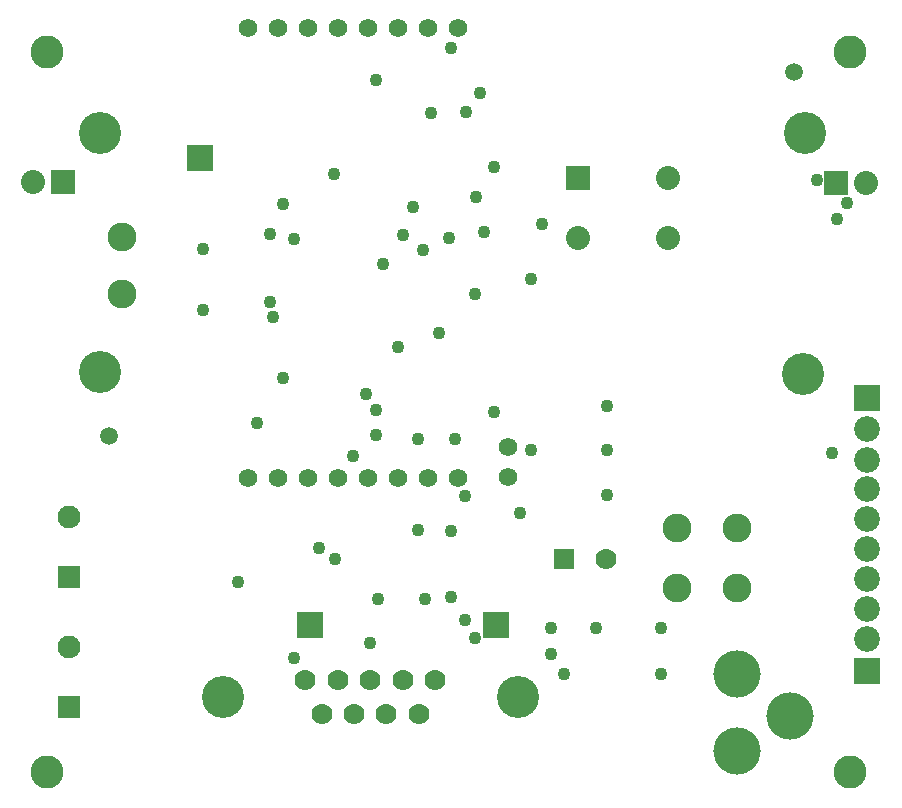
<source format=gbr>
G04 GERBER ASCII OUTPUT FROM: EDWIN 2000 (VER. 1.1 REV. 20011025)*
G04 GERBER FORMAT: RX-274-X*
G04 BOARD: SMART_APP_BOARD*
G04 ARTWORK OF SOLD.MASK POSITIVE*
%ASAXBY*%
%FSLAX24Y24*%
%MIA0B0*%
%MOIN*%
%OFA0.0000B0.0000*%
%SFA1B1*%
%IJA0B0*%
%INLAYER30POS*%
%IOA0B0*%
%IPPOS*%
%IR0*%
G04 APERTURE MACROS*
%AMEDWDONUT*
1,1,$1,$2,$3*
1,0,$4,$2,$3*
%
%AMEDWFRECT*
2,1,$1,$2,$3,$4,$5,$6*
%
%AMEDWORECT*
2,1,$1,$2,$3,$4,$5,$10*
2,1,$1,$4,$5,$6,$7,$10*
2,1,$1,$6,$7,$8,$9,$10*
2,1,$1,$8,$9,$2,$3,$10*
1,1,$1,$2,$3*
1,1,$1,$4,$5*
1,1,$1,$6,$7*
1,1,$1,$8,$9*
%
%AMEDWLINER*
2,1,$1,$2,$3,$4,$5,$6*
1,1,$1,$2,$3*
1,1,$1,$4,$5*
%
%AMEDWFTRNG*
4,1,3,$1,$2,$3,$4,$5,$6,$7,$8,$9*
%
%AMEDWATRNG*
4,1,3,$1,$2,$3,$4,$5,$6,$7,$8,$9*
2,1,$11,$1,$2,$3,$4,$10*
2,1,$11,$3,$4,$5,$6,$10*
2,1,$11,$5,$6,$7,$8,$10*
1,1,$11,$3,$4*
1,1,$11,$5,$6*
1,1,$11,$7,$8*
%
%AMEDWOTRNG*
2,1,$1,$2,$3,$4,$5,$8*
2,1,$1,$4,$5,$6,$7,$8*
2,1,$1,$6,$7,$2,$3,$8*
1,1,$1,$2,$3*
1,1,$1,$4,$5*
1,1,$1,$6,$7*
%
G04*
G04 APERTURE LIST*
%ADD10R,0.0650X0.0700*%
%ADD11R,0.0890X0.0940*%
%ADD12R,0.0550X0.0600*%
%ADD13R,0.0790X0.0840*%
%ADD14R,0.0900X0.0350*%
%ADD15R,0.1140X0.0590*%
%ADD16R,0.0800X0.0250*%
%ADD17R,0.1040X0.0490*%
%ADD18R,0.0350X0.0900*%
%ADD19R,0.0590X0.1140*%
%ADD20R,0.0250X0.0800*%
%ADD21R,0.0490X0.1040*%
%ADD22R,0.0700X0.0650*%
%ADD23R,0.0940X0.0890*%
%ADD24R,0.0600X0.0550*%
%ADD25R,0.0840X0.0790*%
%ADD26R,0.0700X0.0700*%
%ADD27R,0.0940X0.0940*%
%ADD28R,0.0600X0.0600*%
%ADD29R,0.0840X0.0840*%
%ADD30R,0.0570X0.0970*%
%ADD31R,0.0810X0.1210*%
%ADD32R,0.0470X0.0870*%
%ADD33R,0.0710X0.1110*%
%ADD34R,0.1520X0.0970*%
%ADD35R,0.1760X0.1210*%
%ADD36R,0.1420X0.0870*%
%ADD37R,0.1660X0.1110*%
%ADD38R,0.0760X0.0760*%
%ADD39R,0.1000X0.1000*%
%ADD40R,0.0800X0.0800*%
%ADD41R,0.1040X0.1040*%
%ADD42EDWFRECT,0.0800X0.03999X-0.0007X-0.03999X0.0007X0.0000*%
%ADD43EDWFRECT,0.0800X0.03999X0.0007X-0.03999X-0.0007X0.0000*%
%ADD44EDWFRECT,0.1040X0.05199X-0.00091X-0.05199X0.00091X0.0000*%
%ADD45EDWFRECT,0.1040X0.05199X0.00091X-0.05199X-0.00091X0.0000*%
%ADD46EDWFRECT,0.0700X0.03499X-0.00061X-0.03499X0.00061X0.0000*%
%ADD47EDWFRECT,0.0700X0.03499X0.00061X-0.03499X-0.00061X0.0000*%
%ADD48EDWFRECT,0.0940X0.04699X-0.00082X-0.04699X0.00082X0.0000*%
%ADD49EDWFRECT,0.0940X0.04699X0.00082X-0.04699X-0.00082X0.0000*%
%ADD50R,0.0580X0.0500*%
%ADD51R,0.0820X0.0740*%
%ADD52R,0.0480X0.0400*%
%ADD53R,0.0720X0.0640*%
%ADD54R,0.0500X0.0580*%
%ADD55R,0.0740X0.0820*%
%ADD56R,0.0400X0.0480*%
%ADD57R,0.0640X0.0720*%
%ADD58R,0.0900X0.0900*%
%ADD59R,0.1140X0.1140*%
%ADD60C,0.0010*%
%ADD62C,0.0020*%
%ADD63R,0.0020X0.0020*%
%ADD64C,0.0030*%
%ADD65R,0.0030X0.0030*%
%ADD66C,0.0040*%
%ADD67R,0.0040X0.0040*%
%ADD68C,0.0050*%
%ADD69R,0.0050X0.0050*%
%ADD70C,0.00787*%
%ADD71R,0.00787X0.00787*%
%ADD72C,0.0080*%
%ADD74C,0.00894*%
%ADD76C,0.00984*%
%ADD77R,0.00984X0.00984*%
%ADD78C,0.0120*%
%ADD80C,0.01287*%
%ADD82C,0.01299*%
%ADD84C,0.0130*%
%ADD86C,0.01969*%
%ADD87R,0.01969X0.01969*%
%ADD88C,0.0200*%
%ADD90C,0.0290*%
%ADD92C,0.0320*%
%ADD94C,0.03294*%
%ADD96C,0.03295*%
%ADD98C,0.03384*%
%ADD100C,0.0360*%
%ADD102C,0.03687*%
%ADD104C,0.03699*%
%ADD106C,0.0370*%
%ADD108C,0.03937*%
%ADD109R,0.03937X0.03937*%
%ADD110C,0.04331*%
%ADD112C,0.0440*%
%ADD114C,0.0500*%
%ADD115R,0.0500X0.0500*%
%ADD116C,0.0560*%
%ADD117R,0.0560X0.0560*%
%ADD118C,0.05906*%
%ADD119R,0.05906X0.05906*%
%ADD120C,0.0600*%
%ADD121R,0.0600X0.0600*%
%ADD122C,0.0620*%
%ADD124C,0.0652*%
%ADD125R,0.0652X0.0652*%
%ADD126C,0.0660*%
%ADD127R,0.0660X0.0660*%
%ADD128C,0.06693*%
%ADD129R,0.06693X0.06693*%
%ADD130C,0.06906*%
%ADD131R,0.06906X0.06906*%
%ADD132C,0.0700*%
%ADD133R,0.0700X0.0700*%
%ADD134C,0.07087*%
%ADD135R,0.07087X0.07087*%
%ADD136C,0.0760*%
%ADD138C,0.0800*%
%ADD140C,0.08306*%
%ADD142C,0.0840*%
%ADD143R,0.0840X0.0840*%
%ADD144C,0.0860*%
%ADD146C,0.0880*%
%ADD147R,0.0880X0.0880*%
%ADD148C,0.0892*%
%ADD149R,0.0892X0.0892*%
%ADD150C,0.0940*%
%ADD151R,0.0940X0.0940*%
%ADD152C,0.09487*%
%ADD153R,0.09487X0.09487*%
%ADD154C,0.0960*%
%ADD156C,0.1000*%
%ADD158C,0.1040*%
%ADD160C,0.10488*%
%ADD161R,0.10488X0.10488*%
%ADD162C,0.10772*%
%ADD163R,0.10772X0.10772*%
%ADD164C,0.1100*%
%ADD166C,0.1100*%
%ADD168C,0.1120*%
%ADD170C,0.11339*%
%ADD171R,0.11339X0.11339*%
%ADD172C,0.11622*%
%ADD173R,0.11622X0.11622*%
%ADD174C,0.1200*%
%ADD176C,0.12472*%
%ADD177R,0.12472X0.12472*%
%ADD178C,0.12756*%
%ADD179R,0.12756X0.12756*%
%ADD180C,0.12888*%
%ADD181R,0.12888X0.12888*%
%ADD182C,0.1300*%
%ADD184C,0.13039*%
%ADD185R,0.13039X0.13039*%
%ADD186C,0.13172*%
%ADD187R,0.13172X0.13172*%
%ADD188C,0.13323*%
%ADD189R,0.13323X0.13323*%
%ADD190C,0.13739*%
%ADD191R,0.13739X0.13739*%
%ADD192C,0.1389*%
%ADD193R,0.1389X0.1389*%
%ADD194C,0.1400*%
%ADD196C,0.14022*%
%ADD197R,0.14022X0.14022*%
%ADD198C,0.1474*%
%ADD199R,0.1474X0.1474*%
%ADD200C,0.14872*%
%ADD201R,0.14872X0.14872*%
%ADD202C,0.1500*%
%ADD204C,0.15156*%
%ADD205R,0.15156X0.15156*%
%ADD206C,0.1540*%
%ADD208C,0.15439*%
%ADD209R,0.15439X0.15439*%
%ADD210C,0.15723*%
%ADD211R,0.15723X0.15723*%
%ADD212C,0.15748*%
%ADD214C,0.1629*%
%ADD215R,0.1629X0.1629*%
%ADD216C,0.1640*%
%ADD218C,0.1714*%
%ADD219R,0.1714X0.1714*%
%ADD220C,0.18709*%
%ADD221R,0.18709X0.18709*%
%ADD222C,0.19685*%
%ADD225R,0.20409X0.20409*%
%ADD227R,0.20693X0.20693*%
%ADD229R,0.20976X0.20976*%
%ADD231R,0.21109X0.21109*%
%ADD233R,0.22677X0.22677*%
%ADD235R,0.22809X0.22809*%
%ADD237R,0.23093X0.23093*%
%ADD239R,0.23376X0.23376*%
%ADD241R,0.24094X0.24094*%
%ADD243R,0.24661X0.24661*%
%ADD245R,0.25077X0.25077*%
%ADD247R,0.25228X0.25228*%
%ADD249R,0.25512X0.25512*%
%ADD251R,0.26494X0.26494*%
%ADD253R,0.27061X0.27061*%
%ADD255R,0.27213X0.27213*%
%ADD257R,0.27628X0.27628*%
%ADD259R,0.27912X0.27912*%
%ADD261R,0.28346X0.28346*%
%ADD263R,0.2948X0.2948*%
%ADD265R,0.29613X0.29613*%
%ADD267R,0.30746X0.30746*%
%ADD269R,0.31181X0.31181*%
%ADD271R,0.3188X0.3188*%
%ADD273R,0.32031X0.32031*%
%ADD275R,0.32598X0.32598*%
%ADD277R,0.33581X0.33581*%
%ADD279R,0.33732X0.33732*%
%ADD281R,0.34431X0.34431*%
%ADD283R,0.34539X0.34539*%
%ADD285R,0.34583X0.34583*%
%ADD287R,0.34998X0.34998*%
%ADD289R,0.3515X0.3515*%
%ADD291R,0.36132X0.36132*%
%ADD293R,0.36939X0.36939*%
%ADD295R,0.36983X0.36983*%
%ADD297R,0.37417X0.37417*%
%ADD299R,0.3755X0.3755*%
%ADD301R,0.38835X0.38835*%
%ADD303R,0.39402X0.39402*%
%ADD305R,0.39817X0.39817*%
%ADD307R,0.39969X0.39969*%
%ADD309R,0.41235X0.41235*%
%ADD311R,0.41669X0.41669*%
%ADD313R,0.41802X0.41802*%
%ADD315R,0.42236X0.42236*%
%ADD317R,0.42369X0.42369*%
%ADD319R,0.44069X0.44069*%
%ADD321R,0.44636X0.44636*%
%ADD323R,0.46488X0.46488*%
%ADD325R,0.47339X0.47339*%
%ADD327R,0.48472X0.48472*%
%ADD329R,0.48888X0.48888*%
%ADD331R,0.49739X0.49739*%
%ADD333R,0.50872X0.50872*%
%ADD335R,0.52157X0.52157*%
%ADD337R,0.53291X0.53291*%
%ADD339R,0.54425X0.54425*%
%ADD341R,0.54557X0.54557*%
%ADD343R,0.55691X0.55691*%
%ADD345R,0.56409X0.56409*%
%ADD347R,0.56825X0.56825*%
%ADD349R,0.58809X0.58809*%
%ADD351R,0.7200X0.7200*%
%ADD353R,0.72567X0.72567*%
%ADD355R,0.7440X0.7440*%
%ADD357R,0.74967X0.74967*%
%ADD359R,0.81638X0.81638*%
%ADD361R,0.84038X0.84038*%
%ADD363R,0.88441X0.88441*%
%ADD365R,0.90841X0.90841*%
%ADD367R,0.9411X0.9411*%
%ADD369R,0.9651X0.9651*%
%ADD371R,0.99496X0.99496*%
%ADD373R,1.01896X1.01896*%
%ADD375R,1.28693X1.28693*%
%ADD377R,1.28976X1.28976*%
%ADD379R,1.29543X1.29543*%
%ADD381R,1.31093X1.31093*%
%ADD383R,1.31376X1.31376*%
%ADD385R,1.31943X1.31943*%
%ADD386C,1.41943*%
%ADD387R,1.41943X1.41943*%
%ADD388C,1.51943*%
%ADD389R,1.51943X1.51943*%
%ADD390C,1.61943*%
%ADD391R,1.61943X1.61943*%
%ADD392C,1.71943*%
%ADD393R,1.71943X1.71943*%
%ADD394C,1.81943*%
%ADD395R,1.81943X1.81943*%
%ADD396C,1.91943*%
%ADD397R,1.91943X1.91943*%
G04*
D164*
X1181Y25197D02*D03*
D154*
X24173Y7311D02*D03*
X24173Y9311D02*D03*
X22173Y9311D02*D03*
X22173Y7311D02*D03*
D212*
X24173Y4449D02*D03*
X25945Y3071D02*D03*
X24173Y1890D02*D03*
D26* 
X18423Y8287D02*D03*
D132*
X19823Y8287D02*D03*
D122*
X7874Y25984D02*D03*
X8874Y25984D02*D03*
X9874Y25984D02*D03*
X10874Y25984D02*D03*
X11874Y25984D02*D03*
X12874Y25984D02*D03*
X13874Y25984D02*D03*
X14874Y25984D02*D03*
X14874Y10984D02*D03*
X13874Y10984D02*D03*
X12874Y10984D02*D03*
X11874Y10984D02*D03*
X10874Y10984D02*D03*
X9874Y10984D02*D03*
X8874Y10984D02*D03*
X7874Y10984D02*D03*
X16535Y11024D02*D03*
X16535Y12008D02*D03*
D118*
X26083Y24508D02*D03*
X3248Y12402D02*D03*
D154*
X3701Y19036D02*D03*
X3701Y17116D02*D03*
D38* 
X1909Y7695D02*D03*
D136*
X1909Y9695D02*D03*
D38* 
X1909Y3344D02*D03*
D136*
X1909Y5344D02*D03*
D144*
X28524Y5606D02*D03*
X28524Y6606D02*D03*
X28524Y7606D02*D03*
X28524Y8606D02*D03*
X28505Y9633D02*D03*
X28524Y10616D02*D03*
X28524Y11598D02*D03*
X28524Y12638D02*D03*
D40* 
X18898Y20996D02*D03*
D138*
X18898Y18996D02*D03*
X21898Y18996D02*D03*
X21898Y20996D02*D03*
D132*
X14120Y4241D02*D03*
X13040Y4241D02*D03*
X11960Y4241D02*D03*
X10880Y4241D02*D03*
X9800Y4241D02*D03*
X13580Y3121D02*D03*
X12500Y3121D02*D03*
X11420Y3121D02*D03*
X10340Y3121D02*D03*
D194*
X16880Y3681D02*D03*
X7040Y3681D02*D03*
D42* 
X27500Y20827D02*D03*
D138*
X28500Y20809D02*D03*
D40* 
X1734Y20870D02*D03*
D138*
X734Y20870D02*D03*
D164*
X1181Y1181D02*D03*
X27953Y1181D02*D03*
X27953Y25197D02*D03*
D58* 
X28524Y13661D02*D03*
X28526Y4570D02*D03*
X6299Y21654D02*D03*
D194*
X2938Y22496D02*D03*
X2949Y14517D02*D03*
X26437Y22504D02*D03*
X26393Y14458D02*D03*
D58* 
X16142Y6102D02*D03*
X9941Y6102D02*D03*
D110*
X12374Y18106D02*D03*
X12162Y13261D02*D03*
X15126Y10394D02*D03*
X15126Y6240D02*D03*
X21639Y5984D02*D03*
X21639Y4449D02*D03*
X12374Y18106D02*D03*
X12162Y24268D02*D03*
X19863Y10408D02*D03*
X19863Y11909D02*D03*
X14586Y18996D02*D03*
X14664Y25315D02*D03*
X13554Y12273D02*D03*
X13554Y12273D02*D03*
X13714Y18576D02*D03*
X15501Y20361D02*D03*
X15631Y23819D02*D03*
X16101Y21361D02*D03*
X16101Y13189D02*D03*
X10770Y8274D02*D03*
X14638Y7009D02*D03*
X14638Y9206D02*D03*
X6374Y16604D02*D03*
X6374Y18606D02*D03*
X19482Y5984D02*D03*
X17985Y5984D02*D03*
X17985Y5130D02*D03*
X17313Y17606D02*D03*
X16960Y9823D02*D03*
X19863Y11909D02*D03*
X19863Y13390D02*D03*
X10736Y21106D02*D03*
X11392Y11721D02*D03*
X26847Y20920D02*D03*
X27347Y11826D02*D03*
X14249Y15823D02*D03*
X13976Y23168D02*D03*
X12205Y6941D02*D03*
X12896Y15361D02*D03*
X15463Y17106D02*D03*
X15445Y5670D02*D03*
X14783Y12289D02*D03*
X12162Y12428D02*D03*
X17675Y19466D02*D03*
X17322Y11909D02*D03*
X9041Y14307D02*D03*
X9041Y20106D02*D03*
X7553Y7524D02*D03*
X18423Y4449D02*D03*
X8624Y19106D02*D03*
X8624Y16861D02*D03*
X8624Y19106D02*D03*
X8169Y12831D02*D03*
X11960Y5494D02*D03*
X13786Y6941D02*D03*
X9421Y18968D02*D03*
X9421Y4997D02*D03*
X13041Y19084D02*D03*
X11826Y13774D02*D03*
X27507Y19626D02*D03*
X13378Y20025D02*D03*
X13541Y9251D02*D03*
X27844Y20140D02*D03*
X10257Y8667D02*D03*
X15165Y23202D02*D03*
X15765Y19178D02*D03*
X8704Y16348D02*D03*
M02*

</source>
